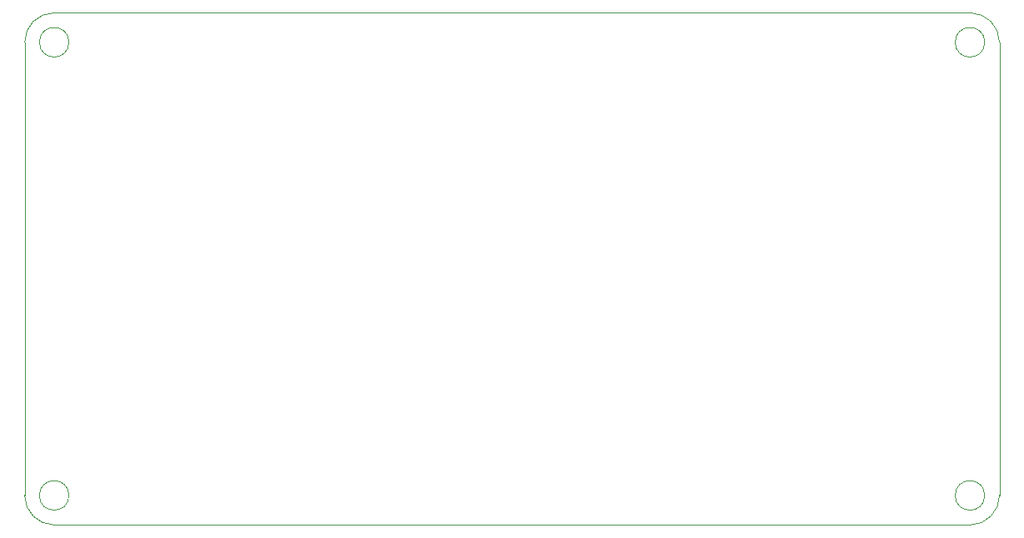
<source format=gm1>
%TF.GenerationSoftware,KiCad,Pcbnew,5.1.7-a382d34a8~88~ubuntu18.04.1*%
%TF.CreationDate,2021-03-14T22:14:16-04:00*%
%TF.ProjectId,CroqueLivreSaintGerard2021_V1,43726f71-7565-44c6-9976-72655361696e,rev?*%
%TF.SameCoordinates,Original*%
%TF.FileFunction,Profile,NP*%
%FSLAX46Y46*%
G04 Gerber Fmt 4.6, Leading zero omitted, Abs format (unit mm)*
G04 Created by KiCad (PCBNEW 5.1.7-a382d34a8~88~ubuntu18.04.1) date 2021-03-14 22:14:16*
%MOMM*%
%LPD*%
G01*
G04 APERTURE LIST*
%TA.AperFunction,Profile*%
%ADD10C,0.050000*%
%TD*%
G04 APERTURE END LIST*
D10*
X100775000Y-70625000D02*
X100775000Y-116695000D01*
X100775000Y-70625000D02*
G75*
G02*
X103775000Y-67625000I3000000J0D01*
G01*
X196835000Y-67625000D02*
G75*
G02*
X199835000Y-70625000I0J-3000000D01*
G01*
X199835000Y-116695000D02*
G75*
G02*
X196835000Y-119695000I-3000000J0D01*
G01*
X103775000Y-119695000D02*
G75*
G02*
X100775000Y-116695000I0J3000000D01*
G01*
X105275000Y-70625000D02*
G75*
G03*
X105275000Y-70625000I-1500000J0D01*
G01*
X198335000Y-116695000D02*
G75*
G03*
X198335000Y-116695000I-1500000J0D01*
G01*
X198335000Y-70625000D02*
G75*
G03*
X198335000Y-70625000I-1500000J0D01*
G01*
X105275000Y-116695000D02*
G75*
G03*
X105275000Y-116695000I-1500000J0D01*
G01*
X196835000Y-67625000D02*
X103775000Y-67625000D01*
X199835000Y-116695000D02*
X199835000Y-70625000D01*
X103775000Y-119695000D02*
X196835000Y-119695000D01*
M02*

</source>
